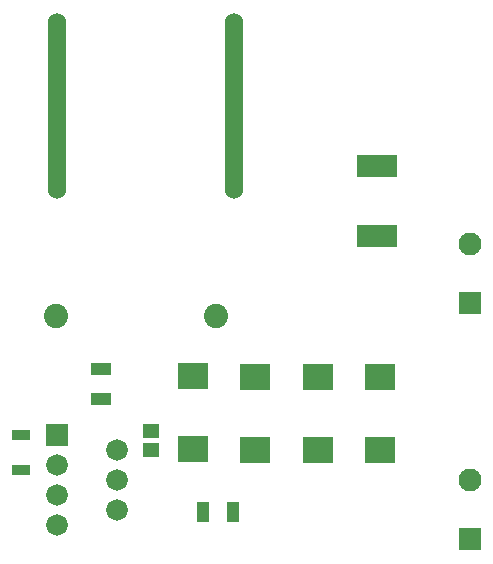
<source format=gbr>
%TF.GenerationSoftware,Altium Limited,Altium Designer,21.6.4 (81)*%
G04 Layer_Color=255*
%FSLAX26Y26*%
%MOIN*%
%TF.SameCoordinates,D1CDB01D-C4A6-469F-8C54-8347A019B806*%
%TF.FilePolarity,Positive*%
%TF.FileFunction,Pads,Top*%
%TF.Part,Single*%
G01*
G75*
%TA.AperFunction,SMDPad,CuDef*%
%ADD10O,0.060000X0.620000*%
%ADD11R,0.099213X0.090945*%
%ADD12R,0.057087X0.051401*%
%ADD13R,0.138000X0.077000*%
%ADD14R,0.063000X0.038000*%
%ADD15R,0.041339X0.070866*%
%ADD16R,0.070866X0.041339*%
%TA.AperFunction,ComponentPad*%
%ADD24C,0.072000*%
%ADD25R,0.072000X0.072000*%
%ADD26C,0.080709*%
%ADD27C,0.076772*%
%ADD28R,0.076772X0.076772*%
D10*
X532756Y1881890D02*
D03*
X1122756D02*
D03*
D11*
X1401575Y977362D02*
D03*
Y733268D02*
D03*
X986220Y982283D02*
D03*
Y738189D02*
D03*
X1191929Y979331D02*
D03*
Y735236D02*
D03*
X1607283Y977362D02*
D03*
Y733268D02*
D03*
D12*
X846457Y799323D02*
D03*
Y736110D02*
D03*
D13*
X1599409Y1679976D02*
D03*
Y1447976D02*
D03*
D14*
X412401Y667394D02*
D03*
Y783394D02*
D03*
D15*
X1017716Y528543D02*
D03*
X1118110D02*
D03*
D16*
X679134Y1003937D02*
D03*
Y903543D02*
D03*
D24*
X532283Y483464D02*
D03*
X732283Y533465D02*
D03*
X532283Y583465D02*
D03*
X732283Y633465D02*
D03*
X532283Y683465D02*
D03*
X732283Y733465D02*
D03*
D25*
X532283Y783465D02*
D03*
D26*
X1060827Y1181102D02*
D03*
X529724D02*
D03*
D27*
X1907480Y1422244D02*
D03*
X1907480Y634842D02*
D03*
D28*
X1907480Y1225394D02*
D03*
X1907480Y437992D02*
D03*
%TF.MD5,7f1c92f2ae17e0f0314ac0cc0c9155e3*%
M02*

</source>
